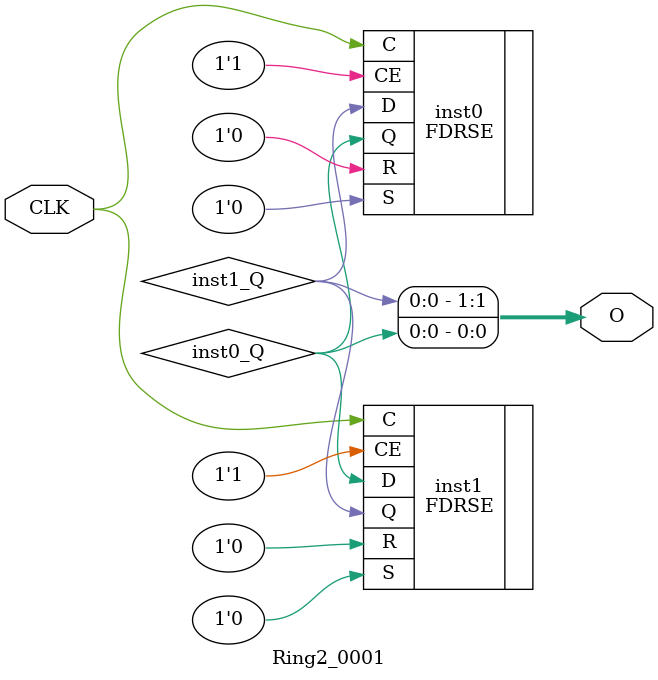
<source format=v>
module Ring2_0001 (output [1:0] O, input  CLK);
wire  inst0_Q;
wire  inst1_Q;
FDRSE #(.INIT(1'h1)) inst0 (.C(CLK), .CE(1'b1), .R(1'b0), .S(1'b0), .D(inst1_Q), .Q(inst0_Q));
FDRSE #(.INIT(1'h0)) inst1 (.C(CLK), .CE(1'b1), .R(1'b0), .S(1'b0), .D(inst0_Q), .Q(inst1_Q));
assign O = {inst1_Q,inst0_Q};
endmodule


</source>
